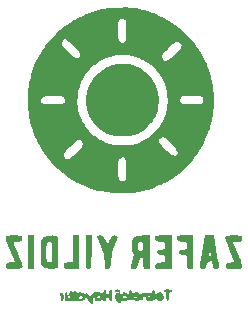
<source format=gbo>
G04 Layer: BottomSilkscreenLayer*
G04 EasyEDA v6.4.31, 2022-01-25 22:29:22*
G04 e61b6c59d15345b4ac09c8306d02ccd6,8f8899c8ce1b4866aa33813601b7f331,10*
G04 Gerber Generator version 0.2*
G04 Scale: 100 percent, Rotated: No, Reflected: No *
G04 Dimensions in millimeters *
G04 leading zeros omitted , absolute positions ,4 integer and 5 decimal *
%FSLAX45Y45*%
%MOMM*%

%ADD10C,0.0001*%

%LPD*%
G36*
X7164781Y2984500D02*
G01*
X7130237Y2983941D01*
X7108901Y2983128D01*
X7073087Y2980994D01*
X7044791Y2978708D01*
X7017461Y2975864D01*
X6991553Y2972511D01*
X6967626Y2968650D01*
X6946239Y2964383D01*
X6936689Y2962097D01*
X6916267Y2956102D01*
X6891934Y2947771D01*
X6865061Y2937662D01*
X6837222Y2926384D01*
X6809892Y2914497D01*
X6784492Y2902610D01*
X6768642Y2894634D01*
X6742836Y2880664D01*
X6732727Y2874873D01*
X6717792Y2865932D01*
X6703161Y2856738D01*
X6684060Y2844038D01*
X6674713Y2837535D01*
X6656324Y2824175D01*
X6634073Y2806852D01*
X6615154Y2791053D01*
X7105446Y2791053D01*
X7105700Y2806141D01*
X7106462Y2820720D01*
X7107732Y2834436D01*
X7109510Y2846933D01*
X7111847Y2857754D01*
X7113219Y2862478D01*
X7114743Y2866593D01*
X7116419Y2870149D01*
X7119518Y2875330D01*
X7122820Y2879801D01*
X7126325Y2883458D01*
X7130084Y2886354D01*
X7134047Y2888488D01*
X7138212Y2889859D01*
X7142581Y2890469D01*
X7147255Y2890266D01*
X7152081Y2889351D01*
X7157212Y2887624D01*
X7162546Y2885135D01*
X7168134Y2881884D01*
X7169962Y2880461D01*
X7171588Y2878429D01*
X7173061Y2875889D01*
X7174433Y2872790D01*
X7175601Y2869031D01*
X7176617Y2864713D01*
X7178192Y2854045D01*
X7179208Y2840583D01*
X7179665Y2824124D01*
X7179614Y2804566D01*
X7179005Y2781655D01*
X7177887Y2754630D01*
X7176617Y2733395D01*
X7174992Y2717139D01*
X7173975Y2710637D01*
X7172756Y2705201D01*
X7171385Y2700629D01*
X7169810Y2696870D01*
X7168032Y2693822D01*
X7165949Y2691384D01*
X7163663Y2689504D01*
X7161022Y2688132D01*
X7158075Y2687066D01*
X7154773Y2686304D01*
X7150252Y2685897D01*
X7145477Y2686253D01*
X7140600Y2687421D01*
X7135723Y2689199D01*
X7131050Y2691587D01*
X7126681Y2694533D01*
X7122769Y2697988D01*
X7119467Y2701848D01*
X7117689Y2704693D01*
X7116064Y2708148D01*
X7114489Y2712262D01*
X7113066Y2716936D01*
X7110628Y2727706D01*
X7108596Y2740152D01*
X7107072Y2753817D01*
X7106056Y2768396D01*
X7105446Y2791053D01*
X6615154Y2791053D01*
X6596024Y2773984D01*
X6583934Y2762605D01*
X6572097Y2751023D01*
X6556756Y2735173D01*
X6538315Y2714904D01*
X6527647Y2702458D01*
X6510967Y2681884D01*
X6633616Y2681884D01*
X6633921Y2685237D01*
X6634734Y2688539D01*
X6636003Y2691892D01*
X6637680Y2695346D01*
X6642100Y2702814D01*
X6644335Y2705912D01*
X6646621Y2708605D01*
X6648958Y2710840D01*
X6651396Y2712618D01*
X6653936Y2713939D01*
X6656628Y2714802D01*
X6659473Y2715158D01*
X6662470Y2715107D01*
X6665620Y2714498D01*
X6669024Y2713431D01*
X6672681Y2711856D01*
X6680758Y2707132D01*
X6685229Y2703982D01*
X6695135Y2696057D01*
X6706514Y2685948D01*
X6719519Y2673502D01*
X6734302Y2658770D01*
X6748322Y2644038D01*
X6760209Y2630424D01*
X6769963Y2617876D01*
X6774078Y2612034D01*
X6777634Y2606446D01*
X6780631Y2601163D01*
X6783120Y2596134D01*
X6785102Y2591409D01*
X6786524Y2586990D01*
X6787438Y2582824D01*
X6787794Y2578963D01*
X6787642Y2575356D01*
X6786930Y2572105D01*
X6785660Y2569108D01*
X6783882Y2566416D01*
X6781596Y2563977D01*
X6778752Y2561894D01*
X6775348Y2560066D01*
X6771436Y2558542D01*
X6766966Y2557322D01*
X6761988Y2556408D01*
X6758990Y2556256D01*
X6755790Y2556560D01*
X6752336Y2557322D01*
X6748627Y2558592D01*
X6744716Y2560370D01*
X6740499Y2562606D01*
X6736029Y2565349D01*
X6726275Y2572359D01*
X6715353Y2581402D01*
X6703314Y2592578D01*
X6689953Y2605887D01*
X6674154Y2622600D01*
X6659625Y2638501D01*
X6653682Y2645308D01*
X6644386Y2657043D01*
X6640880Y2662072D01*
X6638137Y2666695D01*
X6636054Y2670860D01*
X6634632Y2674772D01*
X6633819Y2678379D01*
X6633616Y2681884D01*
X6510967Y2681884D01*
X6494221Y2659684D01*
X6487922Y2650896D01*
X6475730Y2633116D01*
X6464046Y2614980D01*
X6452870Y2596642D01*
X6439712Y2573274D01*
X6429756Y2554325D01*
X6418072Y2530297D01*
X6409334Y2510840D01*
X6399174Y2486253D01*
X6389878Y2461310D01*
X6383070Y2441194D01*
X6375298Y2415794D01*
X6368389Y2390140D01*
X6363512Y2369515D01*
X6358178Y2343556D01*
X6356299Y2333091D01*
X6352946Y2312162D01*
X6350152Y2291130D01*
X6348984Y2280564D01*
X6347053Y2259431D01*
X6345682Y2238248D01*
X6344920Y2217013D01*
X6344698Y2192375D01*
X6453174Y2192375D01*
X6453327Y2195169D01*
X6453886Y2198065D01*
X6454902Y2201062D01*
X6456324Y2204212D01*
X6458204Y2207514D01*
X6460490Y2210917D01*
X6463233Y2214473D01*
X6470040Y2221890D01*
X6472529Y2224125D01*
X6475323Y2226157D01*
X6478473Y2227986D01*
X6482029Y2229713D01*
X6490309Y2232660D01*
X6495135Y2233930D01*
X6506108Y2235962D01*
X6519062Y2237486D01*
X6534150Y2238451D01*
X6551523Y2238908D01*
X6570624Y2238908D01*
X6587998Y2238349D01*
X6603288Y2237130D01*
X6616547Y2235301D01*
X6622491Y2234082D01*
X6627875Y2232710D01*
X6632854Y2231186D01*
X6637324Y2229459D01*
X6641338Y2227529D01*
X6644944Y2225395D01*
X6648094Y2223109D01*
X6650837Y2220569D01*
X6653123Y2217826D01*
X6655003Y2214880D01*
X6656527Y2211730D01*
X6657644Y2208326D01*
X6658356Y2204720D01*
X6658711Y2200859D01*
X6658405Y2193696D01*
X6765290Y2193696D01*
X6765493Y2206447D01*
X6766001Y2219045D01*
X6766864Y2231542D01*
X6768134Y2243937D01*
X6769709Y2256129D01*
X6771589Y2268220D01*
X6773824Y2280107D01*
X6776415Y2291892D01*
X6779310Y2303475D01*
X6782562Y2314905D01*
X6786118Y2326182D01*
X6789978Y2337257D01*
X6794144Y2348179D01*
X6798665Y2358898D01*
X6803440Y2369464D01*
X6808571Y2379776D01*
X6813956Y2389936D01*
X6819696Y2399893D01*
X6825691Y2409596D01*
X6831939Y2419146D01*
X6838543Y2428443D01*
X6845401Y2437536D01*
X6852513Y2446375D01*
X6859930Y2455011D01*
X6867601Y2463393D01*
X6875525Y2471572D01*
X6883755Y2479446D01*
X6892188Y2487117D01*
X6900925Y2494534D01*
X6909917Y2501696D01*
X6919112Y2508554D01*
X6928612Y2515209D01*
X6938314Y2521508D01*
X6948271Y2527604D01*
X6958431Y2533396D01*
X6968845Y2538882D01*
X6979513Y2544114D01*
X6990384Y2548991D01*
X7001459Y2553614D01*
X7012736Y2557932D01*
X7024268Y2561945D01*
X7036003Y2565603D01*
X7047941Y2568956D01*
X7060082Y2572004D01*
X7075017Y2575356D01*
X7089394Y2578201D01*
X7103211Y2580538D01*
X7116521Y2582418D01*
X7129272Y2583738D01*
X7141667Y2584602D01*
X7153605Y2584958D01*
X7165136Y2584805D01*
X7176363Y2584196D01*
X7187285Y2583078D01*
X7197953Y2581503D01*
X7208418Y2579420D01*
X7221220Y2576372D01*
X7233767Y2573121D01*
X7251667Y2567838D01*
X7481417Y2567838D01*
X7481620Y2571292D01*
X7482433Y2574899D01*
X7483805Y2578760D01*
X7485888Y2582926D01*
X7488580Y2587498D01*
X7492085Y2592527D01*
X7501331Y2604160D01*
X7513929Y2618435D01*
X7530185Y2635859D01*
X7543698Y2649829D01*
X7555992Y2661818D01*
X7567168Y2671826D01*
X7572349Y2676144D01*
X7582052Y2683306D01*
X7590891Y2688691D01*
X7595057Y2690723D01*
X7599019Y2692298D01*
X7602880Y2693416D01*
X7606538Y2694127D01*
X7610094Y2694432D01*
X7613548Y2694330D01*
X7616901Y2693822D01*
X7620152Y2692908D01*
X7623302Y2691587D01*
X7626451Y2689860D01*
X7629499Y2687777D01*
X7632547Y2685288D01*
X7638440Y2679496D01*
X7640929Y2676702D01*
X7643012Y2673959D01*
X7644638Y2671267D01*
X7645857Y2668574D01*
X7646568Y2665780D01*
X7646771Y2662936D01*
X7646466Y2659888D01*
X7645603Y2656586D01*
X7644130Y2653080D01*
X7642098Y2649220D01*
X7639456Y2645003D01*
X7632141Y2635199D01*
X7622031Y2623312D01*
X7608976Y2608935D01*
X7592720Y2591612D01*
X7578496Y2576982D01*
X7565491Y2564587D01*
X7553604Y2554274D01*
X7542733Y2546146D01*
X7537703Y2542844D01*
X7532928Y2540050D01*
X7528306Y2537815D01*
X7523988Y2536088D01*
X7519822Y2534869D01*
X7515859Y2534158D01*
X7512151Y2533954D01*
X7508544Y2534259D01*
X7505141Y2535072D01*
X7501940Y2536342D01*
X7498842Y2538120D01*
X7495946Y2540406D01*
X7493152Y2543149D01*
X7490459Y2546400D01*
X7487920Y2550160D01*
X7485481Y2554376D01*
X7483805Y2557830D01*
X7482535Y2561183D01*
X7481722Y2564485D01*
X7481417Y2567838D01*
X7251667Y2567838D01*
X7270038Y2561691D01*
X7281672Y2557424D01*
X7293051Y2552852D01*
X7304227Y2548026D01*
X7315098Y2542997D01*
X7325766Y2537714D01*
X7336180Y2532176D01*
X7346289Y2526436D01*
X7356195Y2520442D01*
X7365847Y2514244D01*
X7375245Y2507792D01*
X7384389Y2501087D01*
X7393228Y2494229D01*
X7401864Y2487117D01*
X7410196Y2479802D01*
X7418273Y2472232D01*
X7426096Y2464511D01*
X7433614Y2456535D01*
X7440879Y2448356D01*
X7447889Y2439974D01*
X7454595Y2431440D01*
X7461046Y2422652D01*
X7467193Y2413711D01*
X7473086Y2404567D01*
X7481366Y2390495D01*
X7486497Y2380843D01*
X7491374Y2371039D01*
X7495946Y2361082D01*
X7500213Y2350922D01*
X7504175Y2340559D01*
X7507884Y2330094D01*
X7511288Y2319426D01*
X7514336Y2308555D01*
X7517130Y2297582D01*
X7519619Y2286406D01*
X7521752Y2275078D01*
X7523632Y2263597D01*
X7525156Y2251964D01*
X7526375Y2240178D01*
X7527290Y2228291D01*
X7527899Y2216200D01*
X7528153Y2198979D01*
X7633512Y2198979D01*
X7633563Y2203704D01*
X7634478Y2208580D01*
X7636103Y2213559D01*
X7638592Y2218740D01*
X7640320Y2221738D01*
X7642301Y2224481D01*
X7644536Y2226868D01*
X7647127Y2229053D01*
X7650073Y2230932D01*
X7653528Y2232558D01*
X7657490Y2233980D01*
X7662062Y2235149D01*
X7667244Y2236165D01*
X7679944Y2237638D01*
X7696047Y2238451D01*
X7716113Y2238806D01*
X7738719Y2238756D01*
X7758328Y2238349D01*
X7775295Y2237486D01*
X7789621Y2236114D01*
X7795920Y2235250D01*
X7806740Y2233015D01*
X7811363Y2231644D01*
X7815427Y2230069D01*
X7819034Y2228342D01*
X7822133Y2226411D01*
X7824774Y2224227D01*
X7827009Y2221890D01*
X7828838Y2219299D01*
X7830261Y2216505D01*
X7831277Y2213457D01*
X7831988Y2210155D01*
X7832344Y2206599D01*
X7832394Y2202738D01*
X7831632Y2194255D01*
X7830159Y2186076D01*
X7829042Y2182723D01*
X7827619Y2179777D01*
X7825689Y2177237D01*
X7823149Y2175052D01*
X7819948Y2173224D01*
X7815935Y2171649D01*
X7810957Y2170328D01*
X7805013Y2169210D01*
X7789519Y2167483D01*
X7768539Y2166213D01*
X7741259Y2165096D01*
X7716926Y2164384D01*
X7697114Y2164232D01*
X7681163Y2164740D01*
X7668615Y2166010D01*
X7663383Y2166975D01*
X7658862Y2168144D01*
X7654848Y2169515D01*
X7651394Y2171141D01*
X7648346Y2173020D01*
X7645653Y2175103D01*
X7643266Y2177542D01*
X7641132Y2180183D01*
X7638034Y2184958D01*
X7635697Y2189632D01*
X7634224Y2194306D01*
X7633512Y2198979D01*
X7528153Y2198979D01*
X7527696Y2179167D01*
X7526985Y2166518D01*
X7526020Y2154224D01*
X7524648Y2142490D01*
X7522921Y2130806D01*
X7520838Y2119223D01*
X7518400Y2107793D01*
X7515555Y2096414D01*
X7512405Y2085238D01*
X7508849Y2074164D01*
X7504938Y2063191D01*
X7500721Y2052370D01*
X7496098Y2041702D01*
X7491171Y2031187D01*
X7485888Y2020874D01*
X7480300Y2010664D01*
X7474356Y2000656D01*
X7468108Y1990801D01*
X7461503Y1981098D01*
X7454595Y1971598D01*
X7447381Y1962302D01*
X7439812Y1953209D01*
X7431989Y1944268D01*
X7423810Y1935581D01*
X7415326Y1927098D01*
X7406589Y1918766D01*
X7397546Y1910740D01*
X7388199Y1902866D01*
X7378547Y1895297D01*
X7368641Y1887931D01*
X7358430Y1880768D01*
X7347966Y1873910D01*
X7337247Y1867306D01*
X7326223Y1860905D01*
X7315276Y1854962D01*
X7456068Y1854962D01*
X7456271Y1858060D01*
X7456931Y1861057D01*
X7458100Y1863953D01*
X7459776Y1866900D01*
X7465568Y1874418D01*
X7472629Y1881073D01*
X7479995Y1886102D01*
X7486853Y1888743D01*
X7489240Y1888794D01*
X7492136Y1888236D01*
X7495489Y1887016D01*
X7499197Y1885238D01*
X7503261Y1882902D01*
X7512303Y1876755D01*
X7522311Y1868881D01*
X7533081Y1859584D01*
X7544206Y1849170D01*
X7555433Y1837943D01*
X7566507Y1826260D01*
X7577074Y1814372D01*
X7586878Y1802587D01*
X7595666Y1791258D01*
X7603083Y1780641D01*
X7608874Y1771142D01*
X7611059Y1766824D01*
X7612735Y1762912D01*
X7613853Y1759457D01*
X7614361Y1756410D01*
X7614259Y1753870D01*
X7613294Y1749755D01*
X7612125Y1746046D01*
X7610754Y1742693D01*
X7609128Y1739798D01*
X7607300Y1737258D01*
X7605268Y1735124D01*
X7602981Y1733397D01*
X7600492Y1732025D01*
X7597749Y1731111D01*
X7594853Y1730552D01*
X7591704Y1730400D01*
X7588351Y1730603D01*
X7584795Y1731264D01*
X7581036Y1732280D01*
X7577074Y1733702D01*
X7568539Y1737715D01*
X7559192Y1743303D01*
X7549032Y1750466D01*
X7538110Y1759153D01*
X7526426Y1769414D01*
X7514031Y1781200D01*
X7498689Y1796694D01*
X7483805Y1812340D01*
X7472425Y1825193D01*
X7464298Y1835708D01*
X7461300Y1840280D01*
X7459065Y1844395D01*
X7457440Y1848205D01*
X7456474Y1851710D01*
X7456068Y1854962D01*
X7315276Y1854962D01*
X7295845Y1844751D01*
X7285177Y1839569D01*
X7275220Y1835200D01*
X7265720Y1831543D01*
X7256373Y1828546D01*
X7246823Y1826158D01*
X7236764Y1824329D01*
X7225893Y1822957D01*
X7213904Y1821992D01*
X7200493Y1821383D01*
X7168184Y1820875D01*
X7121956Y1821078D01*
X7092492Y1821992D01*
X7079894Y1822805D01*
X7068362Y1823923D01*
X7057796Y1825345D01*
X7047839Y1827174D01*
X7038390Y1829358D01*
X7029145Y1832051D01*
X7019899Y1835200D01*
X7010501Y1838858D01*
X7000646Y1843125D01*
X6979107Y1853387D01*
X6968286Y1859076D01*
X6957669Y1865122D01*
X6947255Y1871522D01*
X6937044Y1878177D01*
X6927037Y1885238D01*
X6917232Y1892554D01*
X6907682Y1900174D01*
X6898335Y1908098D01*
X6889242Y1916379D01*
X6880352Y1924862D01*
X6871766Y1933702D01*
X6863435Y1942744D01*
X6855307Y1952091D01*
X6847484Y1961692D01*
X6839966Y1971598D01*
X6832701Y1981707D01*
X6825691Y1992071D01*
X6819036Y2002637D01*
X6812635Y2013457D01*
X6806539Y2024532D01*
X6800799Y2035810D01*
X6794703Y2048560D01*
X6788708Y2061768D01*
X6783578Y2074011D01*
X6779209Y2085543D01*
X6775602Y2096617D01*
X6772605Y2107539D01*
X6770217Y2118563D01*
X6768388Y2129993D01*
X6767068Y2142083D01*
X6766153Y2155088D01*
X6765594Y2169363D01*
X6765290Y2193696D01*
X6658405Y2193696D01*
X6657543Y2187854D01*
X6656831Y2184908D01*
X6655765Y2182266D01*
X6654342Y2179878D01*
X6652463Y2177745D01*
X6650024Y2175814D01*
X6647027Y2174138D01*
X6643319Y2172665D01*
X6638899Y2171344D01*
X6633667Y2170176D01*
X6627571Y2169160D01*
X6612432Y2167483D01*
X6592976Y2166213D01*
X6568694Y2165146D01*
X6549745Y2164689D01*
X6532473Y2164740D01*
X6516878Y2165400D01*
X6503009Y2166569D01*
X6490817Y2168296D01*
X6480302Y2170531D01*
X6475679Y2171852D01*
X6467754Y2174900D01*
X6464401Y2176627D01*
X6461506Y2178507D01*
X6459067Y2180488D01*
X6457035Y2182622D01*
X6455410Y2184857D01*
X6454241Y2187244D01*
X6453479Y2189734D01*
X6453174Y2192375D01*
X6344698Y2192375D01*
X6345021Y2174494D01*
X6346291Y2147874D01*
X6348476Y2121306D01*
X6350863Y2100072D01*
X6353860Y2078888D01*
X6358432Y2052472D01*
X6362750Y2031390D01*
X6367627Y2010410D01*
X6373164Y1989531D01*
X6380886Y1963572D01*
X6387744Y1942998D01*
X6391402Y1932736D01*
X6399123Y1912315D01*
X6407505Y1892046D01*
X6418834Y1866950D01*
X6426098Y1852015D01*
X6433667Y1837232D01*
X6444335Y1817624D01*
X6455664Y1798269D01*
X6467551Y1779117D01*
X6483299Y1755546D01*
X6498848Y1734007D01*
X6649669Y1734007D01*
X6649974Y1737563D01*
X6650685Y1741220D01*
X6651802Y1745030D01*
X6653377Y1748993D01*
X6655358Y1753107D01*
X6657797Y1757425D01*
X6660692Y1761947D01*
X6667855Y1771599D01*
X6676847Y1782216D01*
X6687718Y1793849D01*
X6700570Y1806651D01*
X6732625Y1836674D01*
X6751370Y1852930D01*
X6761175Y1860245D01*
X6765391Y1862886D01*
X6769252Y1864918D01*
X6772757Y1866392D01*
X6776059Y1867255D01*
X6779107Y1867560D01*
X6781952Y1867357D01*
X6784746Y1866646D01*
X6787438Y1865426D01*
X6790131Y1863801D01*
X6792874Y1861718D01*
X6798614Y1856384D01*
X6801459Y1853336D01*
X6803948Y1850288D01*
X6806031Y1847240D01*
X6807708Y1844141D01*
X6809028Y1840941D01*
X6809994Y1837689D01*
X6810502Y1834337D01*
X6810603Y1830933D01*
X6810349Y1827377D01*
X6809638Y1823720D01*
X6808470Y1819910D01*
X6806946Y1815947D01*
X6804914Y1811782D01*
X6802475Y1807464D01*
X6799630Y1802993D01*
X6792468Y1793290D01*
X6783476Y1782724D01*
X6772605Y1771091D01*
X6759702Y1758289D01*
X6743496Y1742897D01*
X6727698Y1728266D01*
X6714591Y1716684D01*
X6703822Y1707997D01*
X6699148Y1704695D01*
X6694931Y1702054D01*
X6691071Y1699971D01*
X6687515Y1698548D01*
X6684264Y1697685D01*
X6681216Y1697380D01*
X6678320Y1697583D01*
X6675577Y1698294D01*
X6672884Y1699463D01*
X6670192Y1701139D01*
X6664655Y1705660D01*
X6658864Y1711553D01*
X6656374Y1714601D01*
X6654292Y1717700D01*
X6652564Y1720799D01*
X6651244Y1723999D01*
X6650329Y1727250D01*
X6649821Y1730552D01*
X6649669Y1734007D01*
X6498848Y1734007D01*
X6510578Y1718665D01*
X6525107Y1700631D01*
X6544259Y1678482D01*
X6560210Y1661160D01*
X6578600Y1642211D01*
X6601714Y1619808D01*
X6606607Y1615287D01*
X7105142Y1615287D01*
X7105396Y1632000D01*
X7106158Y1646783D01*
X7107428Y1659737D01*
X7109256Y1670964D01*
X7111593Y1680514D01*
X7114540Y1688541D01*
X7118096Y1695043D01*
X7120077Y1697786D01*
X7122261Y1700174D01*
X7129678Y1706981D01*
X7136638Y1712061D01*
X7139889Y1713890D01*
X7143038Y1715363D01*
X7146086Y1716328D01*
X7148982Y1716887D01*
X7151725Y1717039D01*
X7154367Y1716735D01*
X7156907Y1715973D01*
X7159294Y1714804D01*
X7161530Y1713230D01*
X7163663Y1711198D01*
X7165644Y1708708D01*
X7167473Y1705813D01*
X7170826Y1698752D01*
X7172299Y1694535D01*
X7174788Y1684883D01*
X7176770Y1673555D01*
X7178243Y1660499D01*
X7179157Y1645767D01*
X7179513Y1629308D01*
X7179309Y1611223D01*
X7178497Y1588363D01*
X7177328Y1566062D01*
X7175855Y1548688D01*
X7173925Y1535582D01*
X7172706Y1530451D01*
X7171334Y1526133D01*
X7169759Y1522577D01*
X7167981Y1519682D01*
X7165898Y1517345D01*
X7163562Y1515567D01*
X7160971Y1514195D01*
X7158024Y1513128D01*
X7154773Y1512366D01*
X7150760Y1511808D01*
X7146899Y1511655D01*
X7143191Y1511960D01*
X7139686Y1512620D01*
X7136333Y1513789D01*
X7133132Y1515313D01*
X7130135Y1517294D01*
X7127290Y1519682D01*
X7124598Y1522526D01*
X7122109Y1525778D01*
X7119772Y1529435D01*
X7117638Y1533550D01*
X7115657Y1538020D01*
X7113828Y1542948D01*
X7110730Y1554073D01*
X7109409Y1560271D01*
X7107326Y1573885D01*
X7105954Y1589227D01*
X7105243Y1606194D01*
X7105142Y1615287D01*
X6606607Y1615287D01*
X6625081Y1598676D01*
X6639204Y1586585D01*
X6658254Y1571193D01*
X6677507Y1556562D01*
X6697065Y1542643D01*
X6706971Y1535938D01*
X6721957Y1526235D01*
X6742277Y1513890D01*
X6763003Y1502257D01*
X6773519Y1496669D01*
X6789521Y1488541D01*
X6811264Y1478280D01*
X6827926Y1470964D01*
X6850583Y1461719D01*
X6862114Y1457299D01*
X6885686Y1448866D01*
X6906412Y1442364D01*
X6917385Y1439316D01*
X6940397Y1433779D01*
X6952386Y1431188D01*
X6977176Y1426616D01*
X7002983Y1422603D01*
X7029500Y1419301D01*
X7049770Y1417269D01*
X7077151Y1415135D01*
X7090918Y1414322D01*
X7125411Y1413052D01*
X7159701Y1412900D01*
X7186675Y1413560D01*
X7199934Y1414170D01*
X7219543Y1415440D01*
X7244892Y1417726D01*
X7269225Y1420774D01*
X7292289Y1424584D01*
X7303262Y1426768D01*
X7325766Y1432052D01*
X7349337Y1438402D01*
X7360970Y1441856D01*
X7384034Y1449171D01*
X7412329Y1459230D01*
X7423505Y1463548D01*
X7440066Y1470304D01*
X7456424Y1477416D01*
X7472578Y1484833D01*
X7493711Y1495298D01*
X7504175Y1500733D01*
X7519670Y1509166D01*
X7544917Y1523949D01*
X7564678Y1536395D01*
X7579207Y1546098D01*
X7598206Y1559509D01*
X7621270Y1576984D01*
X7639253Y1591564D01*
X7656779Y1606651D01*
X7677962Y1626158D01*
X7698435Y1646428D01*
X7718094Y1667408D01*
X7729524Y1680362D01*
X7740650Y1693519D01*
X7755026Y1711452D01*
X7772247Y1734464D01*
X7785404Y1753362D01*
X7798003Y1772615D01*
X7812989Y1797202D01*
X7824317Y1817319D01*
X7835087Y1837740D01*
X7845247Y1858518D01*
X7857083Y1884984D01*
X7865872Y1906524D01*
X7872069Y1922830D01*
X7879740Y1944878D01*
X7883347Y1956003D01*
X7888478Y1972868D01*
X7896199Y2001215D01*
X7901635Y2024227D01*
X7905242Y2041601D01*
X7910474Y2070912D01*
X7913827Y2094585D01*
X7915300Y2106523D01*
X7917637Y2130501D01*
X7919567Y2160778D01*
X7920278Y2185212D01*
X7920278Y2209800D01*
X7919567Y2234336D01*
X7918094Y2258618D01*
X7915909Y2282748D01*
X7913014Y2306675D01*
X7910372Y2324455D01*
X7906258Y2348026D01*
X7901431Y2371293D01*
X7898790Y2382824D01*
X7894472Y2400046D01*
X7886496Y2428341D01*
X7877505Y2456281D01*
X7869580Y2478227D01*
X7865364Y2489149D01*
X7858759Y2505303D01*
X7846974Y2531872D01*
X7839456Y2547569D01*
X7828889Y2568194D01*
X7820609Y2583434D01*
X7809026Y2603398D01*
X7796885Y2623058D01*
X7787386Y2637536D01*
X7770875Y2661158D01*
X7757007Y2679649D01*
X7746288Y2693212D01*
X7731506Y2710942D01*
X7716215Y2728214D01*
X7696403Y2749245D01*
X7684109Y2761488D01*
X7663027Y2781350D01*
X7641183Y2800451D01*
X7627721Y2811526D01*
X7609331Y2825851D01*
X7590536Y2839720D01*
X7566406Y2856280D01*
X7551572Y2865831D01*
X7526375Y2881020D01*
X7516114Y2886862D01*
X7495235Y2898140D01*
X7479334Y2906217D01*
X7457795Y2916428D01*
X7446873Y2921355D01*
X7430312Y2928416D01*
X7413548Y2935173D01*
X7402220Y2939440D01*
X7379360Y2947568D01*
X7361986Y2953258D01*
X7338517Y2960268D01*
X7320686Y2965094D01*
X7296607Y2970936D01*
X7272223Y2976168D01*
X7259878Y2978505D01*
X7251344Y2979877D01*
X7241946Y2981096D01*
X7231786Y2982112D01*
X7209332Y2983585D01*
X7184542Y2984347D01*
G37*
G36*
X7144207Y2509367D02*
G01*
X7132726Y2509062D01*
X7121347Y2508300D01*
X7110069Y2507081D01*
X7098842Y2505456D01*
X7087666Y2503373D01*
X7076643Y2500884D01*
X7065670Y2497937D01*
X7054850Y2494534D01*
X7044131Y2490724D01*
X7033514Y2486456D01*
X7022998Y2481783D01*
X7012635Y2476652D01*
X7002373Y2471115D01*
X6992264Y2465120D01*
X6982307Y2458720D01*
X6972503Y2451912D01*
X6962851Y2444648D01*
X6953351Y2436977D01*
X6944004Y2428849D01*
X6933996Y2419604D01*
X6924598Y2410409D01*
X6915708Y2401265D01*
X6907377Y2392070D01*
X6899554Y2382824D01*
X6892290Y2373528D01*
X6885533Y2364181D01*
X6879285Y2354732D01*
X6873544Y2345182D01*
X6868312Y2335479D01*
X6863537Y2325624D01*
X6859219Y2315616D01*
X6855358Y2305354D01*
X6851954Y2294940D01*
X6849008Y2284222D01*
X6846468Y2273300D01*
X6844385Y2262073D01*
X6842658Y2250541D01*
X6841388Y2238654D01*
X6840474Y2226462D01*
X6839966Y2213914D01*
X6839813Y2200960D01*
X6840067Y2187346D01*
X6840728Y2174087D01*
X6841794Y2161184D01*
X6843217Y2148636D01*
X6845147Y2136394D01*
X6847433Y2124506D01*
X6850176Y2112873D01*
X6853326Y2101545D01*
X6856984Y2090470D01*
X6861048Y2079650D01*
X6865569Y2069033D01*
X6870547Y2058670D01*
X6875983Y2048459D01*
X6881926Y2038502D01*
X6888327Y2028647D01*
X6895236Y2018995D01*
X6902602Y2009495D01*
X6910476Y2000046D01*
X6918909Y1990750D01*
X6927799Y1981555D01*
X6937654Y1971954D01*
X6947509Y1963013D01*
X6957364Y1954733D01*
X6967270Y1947011D01*
X6977278Y1939899D01*
X6987387Y1933346D01*
X6997649Y1927352D01*
X7008114Y1921916D01*
X7018883Y1916988D01*
X7029856Y1912569D01*
X7041235Y1908606D01*
X7052919Y1905152D01*
X7065060Y1902104D01*
X7077608Y1899564D01*
X7090664Y1897380D01*
X7104278Y1895602D01*
X7118451Y1894230D01*
X7133183Y1893214D01*
X7146950Y1892655D01*
X7160259Y1892554D01*
X7173163Y1892858D01*
X7185761Y1893620D01*
X7198004Y1894839D01*
X7209942Y1896516D01*
X7221575Y1898700D01*
X7232903Y1901342D01*
X7244029Y1904492D01*
X7254849Y1908149D01*
X7265517Y1912315D01*
X7275982Y1916988D01*
X7286294Y1922170D01*
X7296454Y1927910D01*
X7306462Y1934210D01*
X7316419Y1941068D01*
X7326223Y1948484D01*
X7336028Y1956460D01*
X7345781Y1965045D01*
X7355484Y1974189D01*
X7365187Y1983993D01*
X7374940Y1994357D01*
X7384542Y2005126D01*
X7393381Y2015693D01*
X7401458Y2026056D01*
X7408875Y2036368D01*
X7415631Y2046681D01*
X7421727Y2056993D01*
X7427214Y2067407D01*
X7432090Y2078024D01*
X7436358Y2088845D01*
X7440117Y2100021D01*
X7443317Y2111502D01*
X7446009Y2123440D01*
X7448245Y2135835D01*
X7449972Y2148840D01*
X7451293Y2162454D01*
X7452207Y2176729D01*
X7452715Y2191766D01*
X7452868Y2207615D01*
X7452614Y2219502D01*
X7451852Y2231339D01*
X7450632Y2243074D01*
X7448956Y2254707D01*
X7446822Y2266238D01*
X7444231Y2277668D01*
X7441234Y2288946D01*
X7437780Y2300071D01*
X7433868Y2311095D01*
X7429601Y2321915D01*
X7424928Y2332532D01*
X7419848Y2342997D01*
X7414361Y2353208D01*
X7408519Y2363266D01*
X7402322Y2373071D01*
X7395768Y2382621D01*
X7388859Y2391867D01*
X7381595Y2400909D01*
X7374026Y2409647D01*
X7366152Y2418130D01*
X7357922Y2426258D01*
X7349388Y2434082D01*
X7340600Y2441600D01*
X7331506Y2448712D01*
X7322159Y2455519D01*
X7312507Y2461971D01*
X7302601Y2467965D01*
X7292492Y2473655D01*
X7282078Y2478887D01*
X7271461Y2483713D01*
X7260640Y2488082D01*
X7249617Y2492044D01*
X7237730Y2495753D01*
X7225944Y2499004D01*
X7214108Y2501849D01*
X7202373Y2504236D01*
X7190638Y2506116D01*
X7178954Y2507589D01*
X7167321Y2508656D01*
X7155738Y2509215D01*
G37*
G36*
X8088833Y1054201D02*
G01*
X8067344Y1054100D01*
X8050631Y1053541D01*
X8038185Y1052474D01*
X8033359Y1051661D01*
X8029397Y1050594D01*
X8026146Y1049324D01*
X8023555Y1047800D01*
X8021624Y1045921D01*
X8020202Y1043787D01*
X8019186Y1041298D01*
X8018576Y1038402D01*
X8018272Y1035151D01*
X8018322Y1029360D01*
X8019288Y1023518D01*
X8021218Y1015847D01*
X8023910Y1006551D01*
X8027365Y995883D01*
X8036255Y971194D01*
X8047126Y943660D01*
X8074355Y880618D01*
X8085581Y854049D01*
X8092592Y836676D01*
X8094268Y831545D01*
X8093557Y830630D01*
X8091474Y829614D01*
X8083905Y827532D01*
X8072678Y825550D01*
X8049615Y822756D01*
X8041843Y821080D01*
X8035493Y818896D01*
X8030413Y816051D01*
X8026450Y812393D01*
X8023555Y807923D01*
X8021472Y802538D01*
X8020151Y796036D01*
X8019338Y788314D01*
X8019389Y785164D01*
X8019846Y782421D01*
X8020812Y780084D01*
X8022336Y778103D01*
X8024520Y776478D01*
X8027466Y775106D01*
X8031225Y774039D01*
X8035899Y773226D01*
X8041640Y772566D01*
X8056372Y771855D01*
X8076133Y771601D01*
X8109915Y771702D01*
X8126780Y772210D01*
X8133588Y772668D01*
X8139379Y773328D01*
X8144256Y774141D01*
X8148269Y775157D01*
X8151571Y776478D01*
X8154111Y778002D01*
X8156092Y779881D01*
X8157514Y782066D01*
X8158530Y784555D01*
X8159089Y787450D01*
X8159496Y794410D01*
X8159394Y796594D01*
X8158378Y802436D01*
X8156498Y810209D01*
X8153806Y819607D01*
X8146186Y842467D01*
X8136229Y869137D01*
X8130590Y883310D01*
X8092135Y973988D01*
X8085124Y991311D01*
X8083397Y996340D01*
X8084210Y997051D01*
X8086394Y997712D01*
X8094573Y998829D01*
X8106714Y999591D01*
X8132673Y1000048D01*
X8141462Y1000760D01*
X8148167Y1002182D01*
X8152993Y1004519D01*
X8156244Y1007973D01*
X8158225Y1012748D01*
X8159242Y1019048D01*
X8159445Y1031646D01*
X8158835Y1039266D01*
X8158022Y1042314D01*
X8156854Y1044956D01*
X8155127Y1047140D01*
X8152790Y1048969D01*
X8149742Y1050442D01*
X8145881Y1051610D01*
X8141157Y1052525D01*
X8135416Y1053185D01*
X8120684Y1053947D01*
G37*
G36*
X7848752Y1054201D02*
G01*
X7819519Y904087D01*
X7878013Y904087D01*
X7878368Y918006D01*
X7882636Y961796D01*
X7890814Y914755D01*
X7891932Y906729D01*
X7892592Y899718D01*
X7892897Y893673D01*
X7892846Y888644D01*
X7892338Y884682D01*
X7891525Y881735D01*
X7890256Y879805D01*
X7888681Y878992D01*
X7886649Y879195D01*
X7884312Y880465D01*
X7881569Y882853D01*
X7880400Y884834D01*
X7879435Y888136D01*
X7878724Y892556D01*
X7878013Y904087D01*
X7819519Y904087D01*
X7809230Y849172D01*
X7806436Y832459D01*
X7804353Y818337D01*
X7802981Y806602D01*
X7802372Y797001D01*
X7802473Y789330D01*
X7803337Y783386D01*
X7804048Y780999D01*
X7804962Y778916D01*
X7806029Y777189D01*
X7807299Y775766D01*
X7808772Y774598D01*
X7810398Y773684D01*
X7814259Y772414D01*
X7818881Y771804D01*
X7824266Y771601D01*
X7834375Y771906D01*
X7840319Y772972D01*
X7845145Y774852D01*
X7849006Y777748D01*
X7852003Y781710D01*
X7854238Y786892D01*
X7855966Y793445D01*
X7858353Y808939D01*
X7860080Y815390D01*
X7862468Y820775D01*
X7865465Y825246D01*
X7869174Y828852D01*
X7873644Y831596D01*
X7878927Y833577D01*
X7885074Y834847D01*
X7892084Y835558D01*
X7897622Y835406D01*
X7901940Y834186D01*
X7905089Y831646D01*
X7907274Y827684D01*
X7908594Y821994D01*
X7909306Y814527D01*
X7909712Y795375D01*
X7910525Y787806D01*
X7911998Y781964D01*
X7914436Y777646D01*
X7917942Y774700D01*
X7922717Y772820D01*
X7928864Y771855D01*
X7939735Y771601D01*
X7945221Y771753D01*
X7949895Y772312D01*
X7953857Y773480D01*
X7957058Y775512D01*
X7958378Y776884D01*
X7959496Y778560D01*
X7960410Y780542D01*
X7961172Y782929D01*
X7961731Y785622D01*
X7962290Y792327D01*
X7962138Y800862D01*
X7961223Y811428D01*
X7959598Y824331D01*
X7957261Y839724D01*
X7950453Y878941D01*
X7917891Y1054201D01*
G37*
G36*
X7663078Y1054201D02*
G01*
X7643317Y1053947D01*
X7628585Y1053185D01*
X7622895Y1052576D01*
X7618171Y1051763D01*
X7614412Y1050696D01*
X7611465Y1049324D01*
X7609281Y1047699D01*
X7607757Y1045718D01*
X7606792Y1043381D01*
X7606334Y1040637D01*
X7606284Y1037488D01*
X7607096Y1029766D01*
X7608468Y1023010D01*
X7610602Y1017473D01*
X7613700Y1013002D01*
X7618018Y1009497D01*
X7623708Y1006754D01*
X7631023Y1004620D01*
X7640167Y1003096D01*
X7667244Y1000252D01*
X7673390Y999185D01*
X7678420Y997864D01*
X7682484Y996137D01*
X7685633Y994003D01*
X7688072Y991311D01*
X7689799Y988009D01*
X7690967Y983945D01*
X7691678Y979068D01*
X7692034Y973328D01*
X7692136Y966571D01*
X7691881Y957122D01*
X7691069Y949655D01*
X7689392Y944067D01*
X7686598Y940003D01*
X7682484Y937310D01*
X7676743Y935634D01*
X7669174Y934872D01*
X7650835Y934415D01*
X7643723Y933602D01*
X7638034Y932230D01*
X7633665Y930097D01*
X7630515Y927201D01*
X7628432Y923442D01*
X7627264Y918667D01*
X7626908Y912876D01*
X7627264Y907084D01*
X7628432Y902360D01*
X7630515Y898601D01*
X7633665Y895705D01*
X7638034Y893571D01*
X7643723Y892200D01*
X7650835Y891387D01*
X7665212Y891133D01*
X7674508Y890727D01*
X7678216Y890117D01*
X7681366Y889203D01*
X7684008Y887831D01*
X7686192Y885952D01*
X7687919Y883462D01*
X7689291Y880262D01*
X7690307Y876300D01*
X7691069Y871474D01*
X7691577Y865682D01*
X7692034Y850950D01*
X7692339Y807313D01*
X7692745Y798169D01*
X7693456Y790752D01*
X7694523Y784860D01*
X7696047Y780288D01*
X7698130Y776884D01*
X7700822Y774547D01*
X7704226Y772972D01*
X7708341Y772109D01*
X7713370Y771702D01*
X7746441Y771601D01*
X7746441Y1054201D01*
G37*
G36*
X7478268Y1054201D02*
G01*
X7458506Y1053947D01*
X7443774Y1053185D01*
X7438085Y1052576D01*
X7433411Y1051763D01*
X7429601Y1050696D01*
X7426706Y1049324D01*
X7424470Y1047699D01*
X7422946Y1045718D01*
X7422032Y1043381D01*
X7421575Y1040637D01*
X7421524Y1037488D01*
X7422337Y1029766D01*
X7423708Y1023010D01*
X7425842Y1017473D01*
X7428941Y1013002D01*
X7433208Y1009497D01*
X7438898Y1006754D01*
X7446213Y1004620D01*
X7455357Y1003096D01*
X7482484Y1000252D01*
X7488580Y999185D01*
X7493609Y997864D01*
X7497673Y996137D01*
X7500874Y994003D01*
X7503261Y991311D01*
X7504988Y988009D01*
X7506157Y983945D01*
X7506868Y979068D01*
X7507224Y973328D01*
X7507325Y966571D01*
X7507122Y957122D01*
X7506309Y949655D01*
X7504633Y944067D01*
X7501839Y940003D01*
X7497724Y937310D01*
X7491984Y935634D01*
X7484414Y934872D01*
X7466025Y934415D01*
X7458913Y933602D01*
X7453274Y932230D01*
X7448905Y930097D01*
X7445756Y927201D01*
X7443622Y923442D01*
X7442453Y918667D01*
X7442098Y912876D01*
X7442453Y907084D01*
X7443622Y902360D01*
X7445756Y898601D01*
X7448905Y895705D01*
X7453274Y893571D01*
X7458913Y892200D01*
X7466025Y891387D01*
X7484414Y890930D01*
X7491984Y890117D01*
X7497724Y888492D01*
X7501839Y885799D01*
X7504633Y881735D01*
X7506309Y876096D01*
X7507122Y868680D01*
X7507325Y859231D01*
X7507224Y852474D01*
X7506868Y846683D01*
X7506157Y841857D01*
X7504988Y837793D01*
X7503261Y834491D01*
X7500874Y831799D01*
X7497673Y829614D01*
X7493609Y827938D01*
X7488580Y826617D01*
X7482484Y825550D01*
X7455357Y822706D01*
X7446213Y821131D01*
X7438898Y819048D01*
X7433208Y816305D01*
X7428941Y812749D01*
X7425842Y808278D01*
X7423708Y802792D01*
X7422337Y796036D01*
X7421524Y788314D01*
X7421575Y785164D01*
X7422032Y782421D01*
X7422946Y780084D01*
X7424470Y778103D01*
X7426706Y776478D01*
X7429601Y775106D01*
X7433411Y774039D01*
X7438085Y773226D01*
X7443774Y772566D01*
X7458506Y771855D01*
X7478268Y771601D01*
X7561681Y771601D01*
X7561681Y1054201D01*
G37*
G36*
X7320686Y1054201D02*
G01*
X7305548Y1053896D01*
X7291984Y1052931D01*
X7279894Y1051255D01*
X7269225Y1048766D01*
X7264349Y1047191D01*
X7259828Y1045464D01*
X7251750Y1041247D01*
X7248144Y1038758D01*
X7244892Y1036066D01*
X7241844Y1033068D01*
X7239101Y1029868D01*
X7236663Y1026363D01*
X7234428Y1022553D01*
X7232497Y1018489D01*
X7230770Y1014120D01*
X7229297Y1009446D01*
X7228027Y1004468D01*
X7226960Y999185D01*
X7225487Y987653D01*
X7224826Y974699D01*
X7224812Y961796D01*
X7279081Y961796D01*
X7279284Y972261D01*
X7279995Y980744D01*
X7281316Y987399D01*
X7283348Y992378D01*
X7286193Y995934D01*
X7290003Y998219D01*
X7294829Y999490D01*
X7300823Y999845D01*
X7306818Y999490D01*
X7311644Y998219D01*
X7315403Y995934D01*
X7318298Y992378D01*
X7320330Y987399D01*
X7321651Y980744D01*
X7322312Y972261D01*
X7322566Y961796D01*
X7322312Y951331D01*
X7321651Y942848D01*
X7320330Y936244D01*
X7318298Y931214D01*
X7315403Y927658D01*
X7311644Y925372D01*
X7306818Y924153D01*
X7300823Y923747D01*
X7294829Y924153D01*
X7290003Y925372D01*
X7286193Y927658D01*
X7283348Y931214D01*
X7281316Y936244D01*
X7279995Y942848D01*
X7279284Y951331D01*
X7279081Y961796D01*
X7224812Y961796D01*
X7225131Y953973D01*
X7226249Y940816D01*
X7227925Y928878D01*
X7230160Y918718D01*
X7231430Y914501D01*
X7232802Y910996D01*
X7234224Y908202D01*
X7237374Y904138D01*
X7238644Y901446D01*
X7239508Y898144D01*
X7240016Y894232D01*
X7240168Y889762D01*
X7239914Y884732D01*
X7239304Y879043D01*
X7238288Y872794D01*
X7235088Y858418D01*
X7230364Y841603D01*
X7223455Y818540D01*
X7218629Y801217D01*
X7217054Y794410D01*
X7216038Y788771D01*
X7215631Y784148D01*
X7215835Y780440D01*
X7216648Y777544D01*
X7218070Y775360D01*
X7220153Y773785D01*
X7222896Y772718D01*
X7226350Y772058D01*
X7235291Y771601D01*
X7246264Y771753D01*
X7251039Y772312D01*
X7255205Y773379D01*
X7258964Y775055D01*
X7262266Y777392D01*
X7265212Y780491D01*
X7267905Y784453D01*
X7270445Y789381D01*
X7272883Y795324D01*
X7275271Y802436D01*
X7283094Y830783D01*
X7286244Y840130D01*
X7289698Y848461D01*
X7293305Y855624D01*
X7296962Y861415D01*
X7300569Y865784D01*
X7304125Y868476D01*
X7307529Y869442D01*
X7311186Y868730D01*
X7314336Y866597D01*
X7316927Y862990D01*
X7319009Y857859D01*
X7320584Y851103D01*
X7321702Y842670D01*
X7322312Y832459D01*
X7322820Y801268D01*
X7323277Y793902D01*
X7324039Y787857D01*
X7325207Y782980D01*
X7326782Y779221D01*
X7328865Y776325D01*
X7331608Y774293D01*
X7334961Y772922D01*
X7339025Y772109D01*
X7343952Y771702D01*
X7376922Y771601D01*
X7376922Y1054201D01*
G37*
G36*
X6957110Y1054201D02*
G01*
X6949490Y1053998D01*
X6943547Y1053388D01*
X6939076Y1052169D01*
X6936079Y1050391D01*
X6934453Y1047902D01*
X6934047Y1044549D01*
X6934809Y1040384D01*
X6936638Y1035202D01*
X6950557Y1000150D01*
X6962394Y969162D01*
X6972198Y941628D01*
X6980174Y917194D01*
X6986371Y895350D01*
X6990994Y875639D01*
X6992721Y866444D01*
X6994093Y857656D01*
X6995159Y849121D01*
X6996328Y832866D01*
X6996684Y803300D01*
X6997090Y795070D01*
X6997801Y788365D01*
X6998817Y783082D01*
X7000240Y779018D01*
X7002119Y776122D01*
X7004558Y774192D01*
X7007555Y773125D01*
X7011263Y772718D01*
X7015683Y772922D01*
X7024827Y774192D01*
X7028332Y775055D01*
X7031431Y776224D01*
X7034174Y777697D01*
X7036663Y779627D01*
X7038848Y782116D01*
X7040727Y785164D01*
X7042454Y788924D01*
X7043978Y793394D01*
X7045350Y798779D01*
X7046569Y805027D01*
X7048804Y820674D01*
X7052564Y859485D01*
X7054240Y872896D01*
X7056374Y886815D01*
X7058964Y901039D01*
X7061860Y915263D01*
X7065111Y929233D01*
X7068616Y942695D01*
X7072274Y955344D01*
X7076084Y966927D01*
X7079945Y977188D01*
X7090918Y1002893D01*
X7096099Y1015847D01*
X7100265Y1027176D01*
X7103313Y1036218D01*
X7104938Y1042416D01*
X7105142Y1044244D01*
X7103109Y1048105D01*
X7097522Y1051255D01*
X7089241Y1053439D01*
X7079132Y1054201D01*
X7074357Y1053998D01*
X7069988Y1053338D01*
X7065873Y1052220D01*
X7062063Y1050544D01*
X7058507Y1048308D01*
X7055154Y1045514D01*
X7051903Y1042009D01*
X7048804Y1037844D01*
X7045756Y1032916D01*
X7042708Y1027277D01*
X7039660Y1020775D01*
X7020001Y972667D01*
X6999325Y1020978D01*
X6996074Y1027633D01*
X6992874Y1033373D01*
X6989724Y1038301D01*
X6986473Y1042466D01*
X6983069Y1045870D01*
X6979564Y1048664D01*
X6975754Y1050798D01*
X6971690Y1052372D01*
X6967270Y1053439D01*
X6962394Y1053998D01*
G37*
G36*
X6833412Y1054201D02*
G01*
X6833565Y849172D01*
X6833819Y830478D01*
X6834276Y815035D01*
X6834936Y802487D01*
X6835902Y792683D01*
X6837222Y785164D01*
X6838950Y779729D01*
X6839966Y777697D01*
X6841134Y776071D01*
X6842404Y774852D01*
X6843826Y773887D01*
X6845350Y773277D01*
X6848856Y772718D01*
X6853021Y772922D01*
X6863334Y774496D01*
X6867956Y775919D01*
X6869938Y776935D01*
X6871766Y778256D01*
X6873392Y779932D01*
X6874865Y782015D01*
X6876237Y784555D01*
X6877405Y787603D01*
X6878472Y791210D01*
X6880250Y800354D01*
X6881622Y812495D01*
X6882688Y828040D01*
X6883603Y847394D01*
X6885025Y899464D01*
X6888429Y1054201D01*
G37*
G36*
X6724700Y1054201D02*
G01*
X6724700Y825957D01*
X6686702Y825957D01*
X6675475Y825753D01*
X6666687Y825042D01*
X6659981Y823620D01*
X6655155Y821283D01*
X6651904Y817829D01*
X6649872Y813053D01*
X6648907Y806754D01*
X6648703Y794207D01*
X6648856Y790143D01*
X6649313Y786638D01*
X6650075Y783590D01*
X6651193Y780948D01*
X6652818Y778764D01*
X6655053Y776935D01*
X6657898Y775462D01*
X6661454Y774242D01*
X6665823Y773328D01*
X6671106Y772668D01*
X6684670Y771855D01*
X6702856Y771601D01*
X6779056Y771601D01*
X6779056Y1054201D01*
G37*
G36*
X6344310Y1054201D02*
G01*
X6344310Y771601D01*
X6398615Y771601D01*
X6398615Y1054201D01*
G37*
G36*
X6218783Y1054201D02*
G01*
X6198870Y1053947D01*
X6183934Y1053185D01*
X6178143Y1052525D01*
X6173368Y1051610D01*
X6169456Y1050442D01*
X6166408Y1049020D01*
X6164021Y1047191D01*
X6162243Y1045057D01*
X6161024Y1042466D01*
X6160211Y1039469D01*
X6159754Y1036015D01*
X6159500Y1027480D01*
X6160008Y1022045D01*
X6161430Y1014730D01*
X6163716Y1005738D01*
X6166764Y995324D01*
X6174841Y971143D01*
X6185154Y944118D01*
X6190894Y930097D01*
X6234379Y831392D01*
X6196939Y827989D01*
X6186271Y826820D01*
X6177788Y825296D01*
X6171234Y823163D01*
X6166408Y820369D01*
X6163056Y816610D01*
X6160922Y811784D01*
X6159804Y805688D01*
X6159500Y798118D01*
X6159754Y789686D01*
X6160211Y786231D01*
X6161024Y783234D01*
X6162243Y780694D01*
X6164021Y778560D01*
X6166408Y776782D01*
X6169456Y775309D01*
X6173317Y774192D01*
X6178092Y773277D01*
X6183782Y772617D01*
X6198514Y771855D01*
X6218224Y771601D01*
X6243726Y771652D01*
X6255766Y771956D01*
X6266332Y772515D01*
X6275374Y773582D01*
X6282944Y775157D01*
X6286246Y776173D01*
X6289141Y777392D01*
X6291681Y778814D01*
X6293916Y780440D01*
X6295796Y782269D01*
X6297320Y784352D01*
X6298539Y786688D01*
X6299403Y789279D01*
X6299962Y792124D01*
X6300165Y795274D01*
X6300063Y798779D01*
X6298946Y806704D01*
X6296558Y816000D01*
X6292951Y826820D01*
X6288227Y839266D01*
X6282334Y853490D01*
X6251498Y922477D01*
X6238595Y952398D01*
X6229350Y975360D01*
X6226454Y983284D01*
X6224930Y988314D01*
X6224727Y989634D01*
X6225438Y991514D01*
X6227521Y993343D01*
X6230772Y995171D01*
X6235090Y996899D01*
X6240322Y998474D01*
X6246317Y999845D01*
X6252972Y1001014D01*
X6269380Y1003046D01*
X6277152Y1004722D01*
X6283502Y1006906D01*
X6288582Y1009751D01*
X6292545Y1013358D01*
X6295491Y1017828D01*
X6297523Y1023264D01*
X6298844Y1029766D01*
X6299657Y1037488D01*
X6299606Y1040637D01*
X6299149Y1043381D01*
X6298234Y1045718D01*
X6296710Y1047699D01*
X6294475Y1049324D01*
X6291580Y1050696D01*
X6287770Y1051763D01*
X6283096Y1052576D01*
X6270599Y1053642D01*
X6253429Y1054100D01*
G37*
G36*
X6553555Y1053998D02*
G01*
X6540500Y1053693D01*
X6527190Y1052576D01*
X6520637Y1051712D01*
X6507886Y1049324D01*
X6496050Y1046124D01*
X6490665Y1044194D01*
X6485686Y1042111D01*
X6481165Y1039774D01*
X6477152Y1037285D01*
X6471056Y1032662D01*
X6466078Y1027836D01*
X6463995Y1025144D01*
X6462115Y1022197D01*
X6460490Y1018895D01*
X6459067Y1015187D01*
X6457797Y1010970D01*
X6456730Y1006246D01*
X6455816Y1000861D01*
X6454495Y987907D01*
X6453632Y971651D01*
X6453174Y951433D01*
X6452972Y912876D01*
X6501892Y912876D01*
X6501993Y938326D01*
X6502501Y957884D01*
X6502958Y965758D01*
X6503619Y972464D01*
X6504431Y978103D01*
X6505549Y982776D01*
X6506921Y986586D01*
X6508546Y989685D01*
X6510528Y992124D01*
X6512864Y993952D01*
X6515607Y995375D01*
X6518757Y996442D01*
X6526377Y997915D01*
X6534200Y998728D01*
X6537401Y998626D01*
X6540144Y998067D01*
X6542481Y996899D01*
X6544462Y995019D01*
X6546138Y992327D01*
X6547459Y988720D01*
X6548475Y984046D01*
X6549288Y978255D01*
X6549898Y971194D01*
X6550558Y952804D01*
X6550812Y927963D01*
X6550710Y884529D01*
X6550304Y863041D01*
X6549898Y854608D01*
X6549288Y847547D01*
X6548475Y841705D01*
X6547459Y837082D01*
X6546138Y833475D01*
X6544462Y830783D01*
X6542481Y828903D01*
X6540144Y827735D01*
X6537401Y827176D01*
X6534200Y827074D01*
X6526377Y827887D01*
X6518757Y829360D01*
X6515607Y830427D01*
X6512864Y831850D01*
X6510528Y833678D01*
X6508546Y836117D01*
X6506921Y839165D01*
X6505549Y843026D01*
X6504431Y847699D01*
X6503619Y853338D01*
X6502958Y860044D01*
X6502196Y877011D01*
X6501892Y912876D01*
X6452972Y912876D01*
X6453174Y872693D01*
X6453581Y852220D01*
X6454444Y835914D01*
X6455054Y829106D01*
X6456781Y817829D01*
X6457950Y813206D01*
X6459270Y809142D01*
X6460845Y805586D01*
X6462623Y802386D01*
X6464655Y799541D01*
X6466992Y796950D01*
X6469583Y794512D01*
X6472478Y792175D01*
X6479286Y787501D01*
X6483654Y784860D01*
X6488379Y782523D01*
X6493560Y780440D01*
X6499047Y778560D01*
X6504889Y776986D01*
X6511035Y775665D01*
X6517436Y774649D01*
X6524091Y773887D01*
X6530949Y773379D01*
X6538061Y773176D01*
X6552641Y773633D01*
X6599732Y777036D01*
X6603390Y931570D01*
X6603593Y968857D01*
X6603238Y1000658D01*
X6602323Y1024585D01*
X6601663Y1032916D01*
X6600850Y1038352D01*
X6600444Y1039926D01*
X6599072Y1042365D01*
X6596989Y1044498D01*
X6594144Y1046429D01*
X6590690Y1048156D01*
X6586677Y1049629D01*
X6582105Y1050899D01*
X6577075Y1051966D01*
X6565900Y1053388D01*
G37*
G36*
X7528407Y597662D02*
G01*
X7522006Y597458D01*
X7516012Y596798D01*
X7510576Y595833D01*
X7505852Y594461D01*
X7501940Y592886D01*
X7498994Y591007D01*
X7497114Y588975D01*
X7496454Y586790D01*
X7497318Y582574D01*
X7499654Y579120D01*
X7503109Y576783D01*
X7507325Y575919D01*
X7509509Y575157D01*
X7511542Y572922D01*
X7513421Y569417D01*
X7514996Y564743D01*
X7516317Y559104D01*
X7517333Y552653D01*
X7517993Y545541D01*
X7518400Y530250D01*
X7519060Y523138D01*
X7520076Y516686D01*
X7521397Y511048D01*
X7523022Y506374D01*
X7524851Y502869D01*
X7526883Y500634D01*
X7529068Y499872D01*
X7531252Y500634D01*
X7533284Y502869D01*
X7535113Y506374D01*
X7536738Y511048D01*
X7538059Y516686D01*
X7539075Y523138D01*
X7539736Y530250D01*
X7540193Y547319D01*
X7540904Y555294D01*
X7542123Y561898D01*
X7543850Y567131D01*
X7546187Y571093D01*
X7549134Y573836D01*
X7552690Y575411D01*
X7562951Y576783D01*
X7566863Y579120D01*
X7568387Y582574D01*
X7567117Y586790D01*
X7565136Y588975D01*
X7561986Y591007D01*
X7557871Y592886D01*
X7552994Y594461D01*
X7547406Y595833D01*
X7541361Y596798D01*
X7535011Y597458D01*
G37*
G36*
X7105142Y597662D02*
G01*
X7098995Y597255D01*
X7093864Y596087D01*
X7089749Y594309D01*
X7086701Y592124D01*
X7084720Y589584D01*
X7083856Y586841D01*
X7084110Y584098D01*
X7085431Y581406D01*
X7087920Y579018D01*
X7091578Y576986D01*
X7096404Y575513D01*
X7102449Y574700D01*
X7112609Y573887D01*
X7116013Y572871D01*
X7112609Y571246D01*
X7102449Y568452D01*
X7098233Y566877D01*
X7094474Y564438D01*
X7091222Y561289D01*
X7088479Y557377D01*
X7086295Y552805D01*
X7084720Y547624D01*
X7083755Y541883D01*
X7083462Y536702D01*
X7152792Y536702D01*
X7154316Y540156D01*
X7158228Y542493D01*
X7164324Y543356D01*
X7170877Y542493D01*
X7176262Y540156D01*
X7179919Y536702D01*
X7181240Y532485D01*
X7246467Y532485D01*
X7247331Y536702D01*
X7249668Y540156D01*
X7253122Y542493D01*
X7257338Y543356D01*
X7261555Y542493D01*
X7265009Y540156D01*
X7267346Y536702D01*
X7268209Y532485D01*
X7267346Y528218D01*
X7265009Y524764D01*
X7261555Y522427D01*
X7257338Y521614D01*
X7253122Y522427D01*
X7249668Y524764D01*
X7247331Y528218D01*
X7246467Y532485D01*
X7181240Y532485D01*
X7180427Y528218D01*
X7178243Y524764D01*
X7174992Y522427D01*
X7171029Y521614D01*
X7166508Y522427D01*
X7161834Y524764D01*
X7157466Y528218D01*
X7154062Y532485D01*
X7152792Y536702D01*
X7083462Y536702D01*
X7083704Y530250D01*
X7084568Y525018D01*
X7085990Y519785D01*
X7087920Y514756D01*
X7090257Y509879D01*
X7093051Y505206D01*
X7096252Y500735D01*
X7099808Y496620D01*
X7103668Y492759D01*
X7107783Y489305D01*
X7112152Y486257D01*
X7116724Y483666D01*
X7121499Y481533D01*
X7126376Y479907D01*
X7131354Y478891D01*
X7136384Y478434D01*
X7143242Y478993D01*
X7145731Y481431D01*
X7143800Y486409D01*
X7137552Y494690D01*
X7132777Y501650D01*
X7129881Y508457D01*
X7129170Y514197D01*
X7130796Y518210D01*
X7133488Y519938D01*
X7135723Y519430D01*
X7137196Y516890D01*
X7137755Y512521D01*
X7139889Y507593D01*
X7145731Y503580D01*
X7154367Y500837D01*
X7164933Y499872D01*
X7175500Y500938D01*
X7184186Y503834D01*
X7190079Y508152D01*
X7192264Y513435D01*
X7192822Y518820D01*
X7194346Y520852D01*
X7196836Y519633D01*
X7200442Y515061D01*
X7202017Y513486D01*
X7204608Y511911D01*
X7208012Y510438D01*
X7212279Y509066D01*
X7222845Y506679D01*
X7235647Y504850D01*
X7250074Y503682D01*
X7257694Y503377D01*
X7276693Y503428D01*
X7286396Y503682D01*
X7294676Y504139D01*
X7301636Y504850D01*
X7307376Y505815D01*
X7312050Y507136D01*
X7315657Y508762D01*
X7318451Y510793D01*
X7320381Y513232D01*
X7321651Y516077D01*
X7322362Y519480D01*
X7322566Y523392D01*
X7323429Y531164D01*
X7325766Y537464D01*
X7329220Y541782D01*
X7333437Y543356D01*
X7337653Y541629D01*
X7340954Y537260D01*
X7366050Y537260D01*
X7366304Y543661D01*
X7367168Y548487D01*
X7368590Y551789D01*
X7370470Y553466D01*
X7372756Y553567D01*
X7375448Y552043D01*
X7378496Y548894D01*
X7381849Y544068D01*
X7383424Y539597D01*
X7383018Y534924D01*
X7380884Y530606D01*
X7377074Y527151D01*
X7372807Y525830D01*
X7369251Y527304D01*
X7366914Y531215D01*
X7366050Y537260D01*
X7340954Y537260D01*
X7343444Y530250D01*
X7344308Y521919D01*
X7344664Y515975D01*
X7345883Y511251D01*
X7348118Y507593D01*
X7351674Y504951D01*
X7356652Y503123D01*
X7363256Y502107D01*
X7371791Y501751D01*
X7382306Y501954D01*
X7389977Y502412D01*
X7397089Y503224D01*
X7403541Y504342D01*
X7409180Y505663D01*
X7413853Y507187D01*
X7417358Y508914D01*
X7419594Y510692D01*
X7420356Y512572D01*
X7421981Y515162D01*
X7426350Y515366D01*
X7432802Y513283D01*
X7446060Y506120D01*
X7451293Y503885D01*
X7456373Y502412D01*
X7461300Y501650D01*
X7466025Y501497D01*
X7470546Y501954D01*
X7474762Y502970D01*
X7478725Y504494D01*
X7482331Y506526D01*
X7485634Y508965D01*
X7488529Y511809D01*
X7491018Y515010D01*
X7493101Y518515D01*
X7494727Y522325D01*
X7495844Y526338D01*
X7496454Y530504D01*
X7496505Y534873D01*
X7495997Y539292D01*
X7494879Y543814D01*
X7493152Y548335D01*
X7490714Y552856D01*
X7487615Y557276D01*
X7483805Y561644D01*
X7479284Y565810D01*
X7474407Y569518D01*
X7469936Y572160D01*
X7465618Y573836D01*
X7461351Y574497D01*
X7456931Y574141D01*
X7452207Y572770D01*
X7447025Y570382D01*
X7435189Y563422D01*
X7430414Y561035D01*
X7426756Y559917D01*
X7424064Y560171D01*
X7422235Y561848D01*
X7421118Y564946D01*
X7420508Y569620D01*
X7420356Y575868D01*
X7419492Y584301D01*
X7417155Y591261D01*
X7413701Y595934D01*
X7409484Y597662D01*
X7405268Y596442D01*
X7401814Y593039D01*
X7399477Y587959D01*
X7398105Y577748D01*
X7396480Y574497D01*
X7393584Y572058D01*
X7389317Y570382D01*
X7383475Y569417D01*
X7376007Y569112D01*
X7366711Y569468D01*
X7346696Y571144D01*
X7338212Y571347D01*
X7330287Y571093D01*
X7323023Y570433D01*
X7316774Y569366D01*
X7311644Y567944D01*
X7307834Y566166D01*
X7301687Y560273D01*
X7296403Y559460D01*
X7290053Y561594D01*
X7282637Y566623D01*
X7278116Y570077D01*
X7273798Y572516D01*
X7269632Y574040D01*
X7265466Y574598D01*
X7261148Y574141D01*
X7256475Y572719D01*
X7251344Y570382D01*
X7239508Y563422D01*
X7234732Y561035D01*
X7231075Y559917D01*
X7228433Y560171D01*
X7226604Y561848D01*
X7225436Y564946D01*
X7224877Y569620D01*
X7224725Y575868D01*
X7223861Y584301D01*
X7221524Y591261D01*
X7218070Y595934D01*
X7213853Y597662D01*
X7209637Y595934D01*
X7206183Y591261D01*
X7203846Y584301D01*
X7202982Y575868D01*
X7202830Y569620D01*
X7202271Y564946D01*
X7201103Y561848D01*
X7199274Y560171D01*
X7196632Y559917D01*
X7192975Y561035D01*
X7188200Y563422D01*
X7176312Y570382D01*
X7171181Y572770D01*
X7166457Y574141D01*
X7162038Y574497D01*
X7157720Y573836D01*
X7153402Y572160D01*
X7148931Y569518D01*
X7139127Y561848D01*
X7135164Y559206D01*
X7132167Y557987D01*
X7129983Y558190D01*
X7128459Y559917D01*
X7127494Y563168D01*
X7127036Y568045D01*
X7126579Y580136D01*
X7125614Y584911D01*
X7123938Y588873D01*
X7121601Y592074D01*
X7118603Y594563D01*
X7114844Y596290D01*
X7110374Y597357D01*
G37*
G36*
X6996480Y597662D02*
G01*
X6992264Y595782D01*
X6988809Y590651D01*
X6986473Y583031D01*
X6985609Y573786D01*
X6985000Y562813D01*
X6982866Y557530D01*
X6978853Y557682D01*
X6968388Y566420D01*
X6963613Y569366D01*
X6958279Y571754D01*
X6952488Y573582D01*
X6946392Y574852D01*
X6940092Y575564D01*
X6933590Y575767D01*
X6927088Y575462D01*
X6920687Y574649D01*
X6914388Y573328D01*
X6908393Y571500D01*
X6902805Y569214D01*
X6897624Y566420D01*
X6893052Y563219D01*
X6889089Y559511D01*
X6885940Y555345D01*
X6881774Y548792D01*
X6878320Y544169D01*
X6875221Y541426D01*
X6872173Y540715D01*
X6868871Y541985D01*
X6864908Y545287D01*
X6859930Y550621D01*
X6853631Y558038D01*
X6845198Y567131D01*
X6839051Y571550D01*
X6835190Y571347D01*
X6833768Y566470D01*
X6832853Y560019D01*
X6830314Y557428D01*
X6825843Y558596D01*
X6815632Y565810D01*
X6811568Y567740D01*
X6806946Y569366D01*
X6801916Y570585D01*
X6796633Y571347D01*
X6791299Y571703D01*
X6786016Y571550D01*
X6771792Y569925D01*
X6764274Y570687D01*
X6759194Y572922D01*
X6757314Y576580D01*
X6756400Y582371D01*
X6753910Y585825D01*
X6750405Y587146D01*
X6746290Y586486D01*
X6742175Y583996D01*
X6738467Y579932D01*
X6735673Y574497D01*
X6734352Y567791D01*
X6733540Y557580D01*
X6732524Y554177D01*
X6730898Y557580D01*
X6728104Y567791D01*
X6725462Y575157D01*
X6721957Y581202D01*
X6718046Y585317D01*
X6714236Y586790D01*
X6711035Y586181D01*
X6708038Y584504D01*
X6705295Y581812D01*
X6702856Y578307D01*
X6700774Y574141D01*
X6699046Y569417D01*
X6697725Y564286D01*
X6696862Y558952D01*
X6696557Y553466D01*
X6696760Y548081D01*
X6697573Y542798D01*
X6699046Y537921D01*
X6700520Y531571D01*
X6700065Y527354D01*
X6779056Y527354D01*
X6780377Y533552D01*
X6783882Y538632D01*
X6789064Y542086D01*
X6795363Y543356D01*
X6801713Y542544D01*
X6806895Y540461D01*
X6810400Y537413D01*
X6811670Y533603D01*
X6810400Y529386D01*
X6806895Y524916D01*
X6801713Y520852D01*
X6795363Y517651D01*
X6788658Y516178D01*
X6783476Y517448D01*
X6780225Y521208D01*
X6779056Y527354D01*
X6700065Y527354D01*
X6699961Y526389D01*
X6697472Y522884D01*
X6693255Y521614D01*
X6688581Y523748D01*
X6684772Y529590D01*
X6682181Y538226D01*
X6680403Y559308D01*
X6678066Y567944D01*
X6674612Y573786D01*
X6670395Y575919D01*
X6668211Y575208D01*
X6666179Y573024D01*
X6664299Y569569D01*
X6662674Y565048D01*
X6661353Y559562D01*
X6660337Y553262D01*
X6659727Y546354D01*
X6659524Y538886D01*
X6659524Y501853D01*
X6754571Y500938D01*
X6776567Y501040D01*
X6793636Y501650D01*
X6800545Y502259D01*
X6806438Y503021D01*
X6811518Y504037D01*
X6815785Y505307D01*
X6819392Y506882D01*
X6822389Y508711D01*
X6824929Y510895D01*
X6827012Y513384D01*
X6828840Y516280D01*
X6830415Y519531D01*
X6834631Y530250D01*
X6836968Y535127D01*
X6839102Y537667D01*
X6841236Y537819D01*
X6843674Y535432D01*
X6846570Y530453D01*
X6850125Y522732D01*
X6854545Y512216D01*
X6857542Y505764D01*
X6860946Y499872D01*
X6864603Y494588D01*
X6868515Y489915D01*
X6872478Y485952D01*
X6876440Y482650D01*
X6880250Y480110D01*
X6883908Y478383D01*
X6887260Y477469D01*
X6890258Y477418D01*
X6892696Y478231D01*
X6894575Y480009D01*
X6895744Y482752D01*
X6896150Y486460D01*
X6895642Y491286D01*
X6894169Y497128D01*
X6892696Y505815D01*
X6893052Y515366D01*
X6895134Y524611D01*
X6898741Y532485D01*
X6903923Y539496D01*
X6907123Y540715D01*
X6908800Y535736D01*
X6908958Y532485D01*
X6931253Y532485D01*
X6932574Y536702D01*
X6936231Y540156D01*
X6941616Y542493D01*
X6948170Y543356D01*
X6954215Y542493D01*
X6958177Y540156D01*
X6959701Y536702D01*
X6958431Y532485D01*
X6955028Y528218D01*
X6950659Y524764D01*
X6945985Y522427D01*
X6941464Y521614D01*
X6937502Y522427D01*
X6934250Y524764D01*
X6932066Y528218D01*
X6931253Y532485D01*
X6908958Y532485D01*
X6909714Y517550D01*
X6910781Y512114D01*
X6912762Y507847D01*
X6915810Y504647D01*
X6920128Y502361D01*
X6925818Y500888D01*
X6933082Y500075D01*
X6942124Y499872D01*
X6948830Y500126D01*
X6955028Y500888D01*
X6960666Y502158D01*
X6965543Y503783D01*
X6969607Y505764D01*
X6972706Y508101D01*
X6974738Y510641D01*
X6975602Y513435D01*
X6976262Y519531D01*
X6977380Y521614D01*
X6979158Y519531D01*
X6981901Y513435D01*
X6985203Y507288D01*
X6989114Y503123D01*
X6993331Y500786D01*
X6997496Y500278D01*
X7001306Y501650D01*
X7004456Y504748D01*
X7006539Y509574D01*
X7008114Y522478D01*
X7010196Y527659D01*
X7013244Y531164D01*
X7017054Y532485D01*
X7021322Y531164D01*
X7025741Y527659D01*
X7029805Y522478D01*
X7033006Y516178D01*
X7035292Y510895D01*
X7037628Y506628D01*
X7040067Y503428D01*
X7042505Y501192D01*
X7044944Y499922D01*
X7047280Y499618D01*
X7049617Y500176D01*
X7051802Y501650D01*
X7053834Y503935D01*
X7055764Y507085D01*
X7057440Y510997D01*
X7058863Y515670D01*
X7060031Y521106D01*
X7060946Y527253D01*
X7061504Y534060D01*
X7061657Y541528D01*
X7061555Y550011D01*
X7061149Y558241D01*
X7060488Y565962D01*
X7059625Y572973D01*
X7058609Y579120D01*
X7057440Y584149D01*
X7056120Y587908D01*
X7054748Y590143D01*
X7050735Y592937D01*
X7046417Y593801D01*
X7042150Y592988D01*
X7038086Y590600D01*
X7034530Y586943D01*
X7031634Y582117D01*
X7029754Y576376D01*
X7028230Y563778D01*
X7025894Y558800D01*
X7022439Y555447D01*
X7018223Y554177D01*
X7013956Y555904D01*
X7010501Y560578D01*
X7008164Y567486D01*
X7006488Y584403D01*
X7004151Y591312D01*
X7000697Y595985D01*
G37*
G36*
X6631533Y572312D02*
G01*
X6624116Y571042D01*
X6619900Y566978D01*
X6618731Y559917D01*
X6620509Y549656D01*
X6622897Y539800D01*
X6624878Y529691D01*
X6626199Y520496D01*
X6626758Y513435D01*
X6627672Y508152D01*
X6630060Y503834D01*
X6633514Y500938D01*
X6637781Y499872D01*
X6639966Y500583D01*
X6641998Y502716D01*
X6643827Y506069D01*
X6645452Y510489D01*
X6646773Y515874D01*
X6647789Y522020D01*
X6648399Y528828D01*
X6648653Y536092D01*
X6648399Y545033D01*
X6647688Y552602D01*
X6646418Y558850D01*
X6644640Y563829D01*
X6642303Y567639D01*
X6639306Y570280D01*
X6635750Y571804D01*
G37*
M02*

</source>
